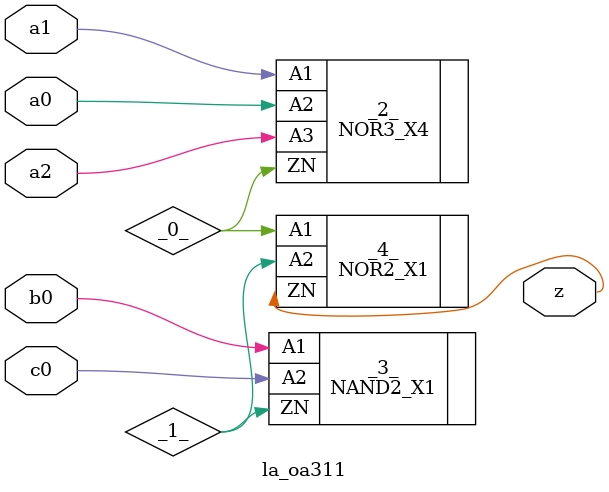
<source format=v>
/* Generated by Yosys 0.37 (git sha1 a5c7f69ed, clang 14.0.0-1ubuntu1.1 -fPIC -Os) */

module la_oa311(a0, a1, a2, b0, c0, z);
  wire _0_;
  wire _1_;
  input a0;
  wire a0;
  input a1;
  wire a1;
  input a2;
  wire a2;
  input b0;
  wire b0;
  input c0;
  wire c0;
  output z;
  wire z;
  NOR3_X4 _2_ (
    .A1(a1),
    .A2(a0),
    .A3(a2),
    .ZN(_0_)
  );
  NAND2_X1 _3_ (
    .A1(b0),
    .A2(c0),
    .ZN(_1_)
  );
  NOR2_X1 _4_ (
    .A1(_0_),
    .A2(_1_),
    .ZN(z)
  );
endmodule

</source>
